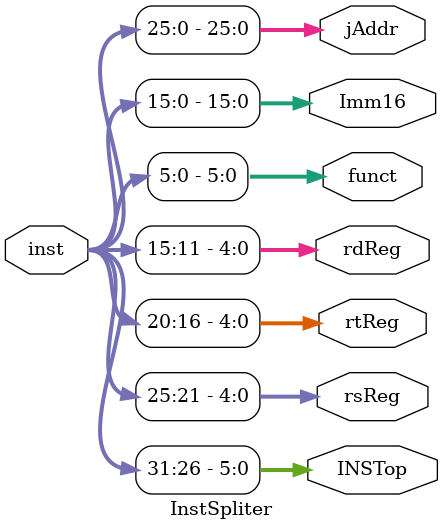
<source format=v>
module InstSpliter(
    input [31:0] inst,
    output reg [5:0]INSTop,
    output reg [4:0] rsReg,
    output reg [4:0] rtReg,
    output reg [4:0] rdReg,
    output reg [5:0] funct,
    output reg [15:0] Imm16,
    output reg [25:0] jAddr
);
    initial begin
        INSTop = 6'b00_0000;
        rsReg = 5'b0_0000;
        rtReg = 5'b0_0000;
        rdReg = 5'b0_0000;
        funct = 6'b00_0000;
        Imm16 = 16'h00;
        jAddr = 0;
    end

    always @(*) begin
        INSTop = inst[31:26];
        rsReg = inst[25:21];
        rtReg = inst[20:16];
        rdReg = inst[15:11];
        funct = inst[5:0];
        Imm16 = inst[15:0];
        jAddr = inst[25:0];
    end
    

endmodule // InstSpliter
</source>
